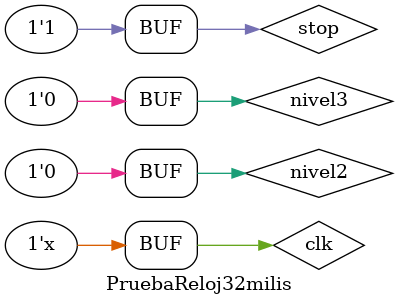
<source format=v>
`timescale 1ns / 1ps


module PruebaReloj32milis;

	// Inputs
	reg clk;
	reg stop;
	reg nivel2;
	reg nivel3;

	// Outputs
	wire clk32;

	// Instantiate the Unit Under Test (UUT)
	clock32pps uut (
		.clk(clk), 
		.clk32(clk32), 
		.stop(stop), 
		.nivel2(nivel2), 
		.nivel3(nivel3)
	);

	initial begin
		// Initialize Inputs
		clk = 0;
		stop = 1;
		nivel2 = 0;
		nivel3 = 0;

		// Wait 100 ns for global reset to finish
		#100;
        
		// Add stimulus here

	end
	
	always begin #1 clk = ~clk; end
      
endmodule


</source>
